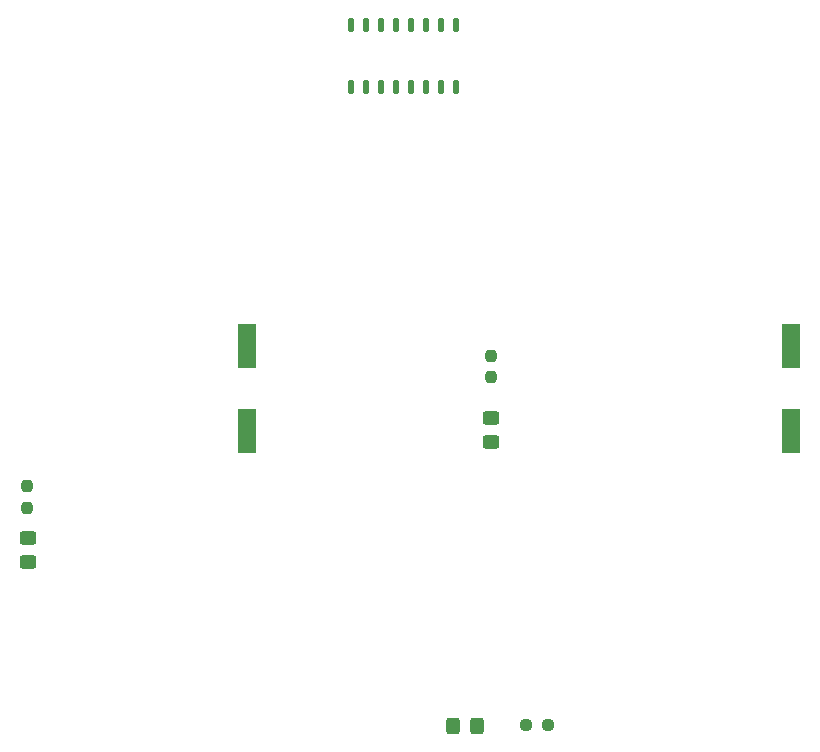
<source format=gtp>
%TF.GenerationSoftware,KiCad,Pcbnew,8.0.4*%
%TF.CreationDate,2025-01-12T00:12:44-05:00*%
%TF.ProjectId,X17_Backplane,5831375f-4261-4636-9b70-6c616e652e6b,rev?*%
%TF.SameCoordinates,Original*%
%TF.FileFunction,Paste,Top*%
%TF.FilePolarity,Positive*%
%FSLAX46Y46*%
G04 Gerber Fmt 4.6, Leading zero omitted, Abs format (unit mm)*
G04 Created by KiCad (PCBNEW 8.0.4) date 2025-01-12 00:12:44*
%MOMM*%
%LPD*%
G01*
G04 APERTURE LIST*
G04 Aperture macros list*
%AMRoundRect*
0 Rectangle with rounded corners*
0 $1 Rounding radius*
0 $2 $3 $4 $5 $6 $7 $8 $9 X,Y pos of 4 corners*
0 Add a 4 corners polygon primitive as box body*
4,1,4,$2,$3,$4,$5,$6,$7,$8,$9,$2,$3,0*
0 Add four circle primitives for the rounded corners*
1,1,$1+$1,$2,$3*
1,1,$1+$1,$4,$5*
1,1,$1+$1,$6,$7*
1,1,$1+$1,$8,$9*
0 Add four rect primitives between the rounded corners*
20,1,$1+$1,$2,$3,$4,$5,0*
20,1,$1+$1,$4,$5,$6,$7,0*
20,1,$1+$1,$6,$7,$8,$9,0*
20,1,$1+$1,$8,$9,$2,$3,0*%
G04 Aperture macros list end*
%ADD10RoundRect,0.237500X-0.250000X-0.237500X0.250000X-0.237500X0.250000X0.237500X-0.250000X0.237500X0*%
%ADD11RoundRect,0.250000X-0.450000X0.325000X-0.450000X-0.325000X0.450000X-0.325000X0.450000X0.325000X0*%
%ADD12R,1.498600X3.810000*%
%ADD13RoundRect,0.237500X0.237500X-0.250000X0.237500X0.250000X-0.237500X0.250000X-0.237500X-0.250000X0*%
%ADD14RoundRect,0.250000X0.325000X0.450000X-0.325000X0.450000X-0.325000X-0.450000X0.325000X-0.450000X0*%
%ADD15O,0.549999X1.250000*%
G04 APERTURE END LIST*
D10*
%TO.C,R6*%
X153255000Y-106470000D03*
X155080000Y-106470000D03*
%TD*%
D11*
%TO.C,D1*%
X150275000Y-80475000D03*
X150275000Y-82525000D03*
%TD*%
D12*
%TO.C,C1*%
X175700000Y-81606800D03*
X175700000Y-74393200D03*
%TD*%
D11*
%TO.C,D4*%
X111050000Y-90675000D03*
X111050000Y-92725000D03*
%TD*%
D13*
%TO.C,R5*%
X150275000Y-77062500D03*
X150275000Y-75237500D03*
%TD*%
D12*
%TO.C,C2*%
X129600000Y-81606800D03*
X129600000Y-74393200D03*
%TD*%
D14*
%TO.C,D2*%
X149092500Y-106570000D03*
X147042500Y-106570000D03*
%TD*%
D15*
%TO.C,U2*%
X147300000Y-47250000D03*
X146030000Y-47250000D03*
X144760000Y-47250000D03*
X143490000Y-47250000D03*
X142220000Y-47250000D03*
X140950000Y-47250000D03*
X139680000Y-47250000D03*
X138410000Y-47250000D03*
X138410000Y-52500000D03*
X139680000Y-52500000D03*
X140950000Y-52500000D03*
X142220000Y-52500000D03*
X143490000Y-52500000D03*
X144760000Y-52500000D03*
X146030000Y-52500000D03*
X147300000Y-52500000D03*
%TD*%
D13*
%TO.C,R8*%
X111000000Y-88112500D03*
X111000000Y-86287500D03*
%TD*%
M02*

</source>
